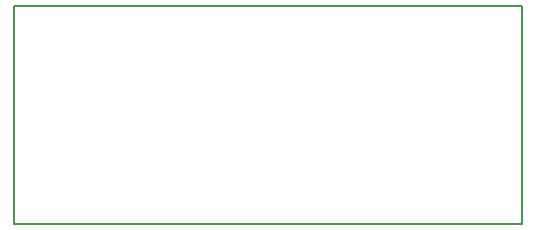
<source format=gbr>
G04 start of page 4 for group 2 idx 2 *
G04 Title: (unknown), outline *
G04 Creator: pcb 1.99z *
G04 CreationDate: Fri 14 Nov 2014 07:38:11 PM GMT UTC *
G04 For: commonadmin *
G04 Format: Gerber/RS-274X *
G04 PCB-Dimensions (mil): 1705.00 735.00 *
G04 PCB-Coordinate-Origin: lower left *
%MOIN*%
%FSLAX25Y25*%
%LNOUTLINE*%
%ADD42C,0.0060*%
G54D42*X508Y457D02*X170008D01*
Y72957D01*
X508D01*
Y457D01*
M02*

</source>
